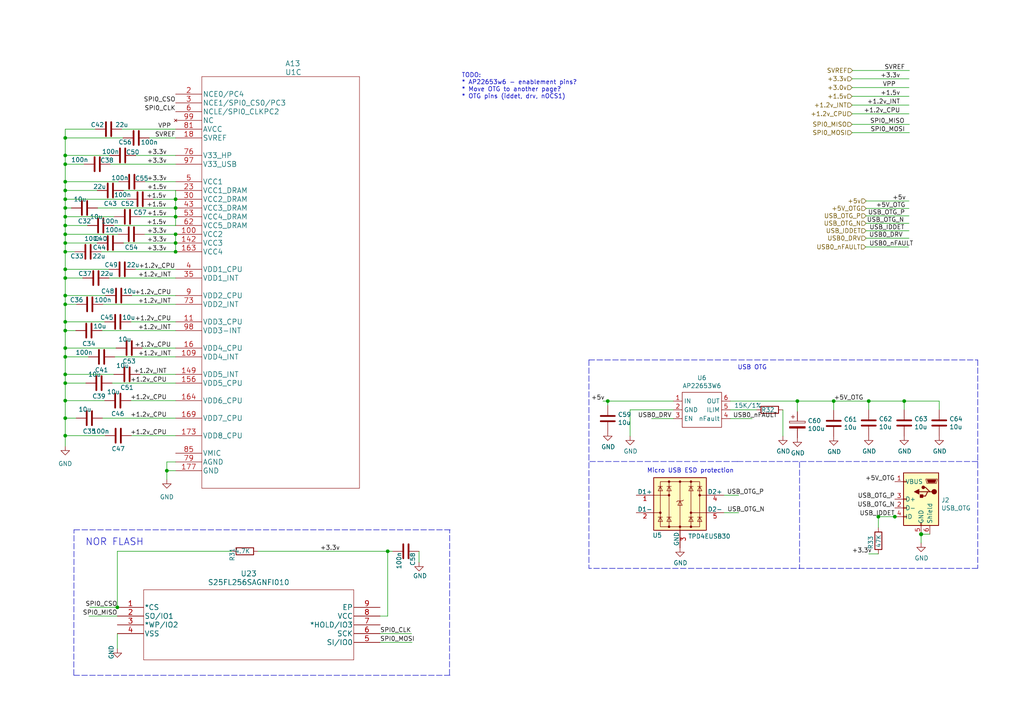
<source format=kicad_sch>
(kicad_sch (version 20210621) (generator eeschema)
  (paper "A4")
  (title_block (title "srvant-board MK1") (date "2021-07-14") (rev "rev-0.1dev"))
  (lib_symbols
    (symbol "CM4IO:AP2553W6"
      (property "Reference" "U" (at 3.81 -6.35 0))
      (property "Value" "AP2553W6" (at -3.81 -6.35 0))
      (symbol "AP2553W6_0_0"
        (pin power_in line (at -8.89 2.54 0) (length 2.54) (name "IN") (number "1"))
        (pin power_out line (at -8.89 0 0) (length 2.54) (name "GND") (number "2"))
        (pin input line (at -8.89 -2.54 0) (length 2.54) (name "EN") (number "3"))
        (pin open_collector line (at 7.62 -2.54 180) (length 2.54) (name "nFault") (number "4"))
        (pin passive line (at 7.62 0 180) (length 2.54) (name "ILIM") (number "5"))
        (pin power_out line (at 7.62 2.54 180) (length 2.54) (name "OUT") (number "6"))
      )
    )
    (symbol "CM4IO:TPD4EUSB30" (pin_names (offset 0))
      (property "Reference" "U" (at -0.635 8.89 0))
      (property "Value" "TPD4EUSB30" (at 8.89 -10.16 0))
      (symbol "TPD4EUSB30_1_1"
        (pin passive line (at -12.7 2.54 0) (length 5.08) (name "D1+") (number "1"))
        (pin passive line (at -12.7 2.54 0) (length 5.08) hide (name "~") (number "10"))
        (pin passive line (at -12.7 -2.54 0) (length 5.08) (name "D1-") (number "2"))
        (pin power_in line (at 0 -12.7 90) (length 5.08) (name "GND") (number "3"))
        (pin passive line (at 12.7 2.54 180) (length 5.08) (name "D2+") (number "4"))
        (pin passive line (at 12.7 -2.54 180) (length 5.08) (name "D2-") (number "5"))
        (pin passive line (at 12.7 -2.54 180) (length 5.08) hide (name "~") (number "6"))
        (pin passive line (at 12.7 2.54 180) (length 5.08) hide (name "~") (number "7"))
        (pin passive line (at 0 -12.7 90) (length 5.08) hide (name "GND") (number "8"))
        (pin passive line (at -12.7 -2.54 0) (length 5.08) hide (name "~") (number "9"))
      )
    )
    (symbol "Connector:USB_OTG"
      (property "Reference" "J" (at -5.08 11.43 0))
      (property "Value" "USB_OTG" (at -5.08 8.89 0))
      (symbol "USB_OTG_1_1"
        (pin power_in line (at 7.62 5.08 180) (length 2.54) (name "VBUS") (number "1"))
        (pin passive line (at 7.62 -2.54 180) (length 2.54) (name "D-") (number "2"))
        (pin passive line (at 7.62 0 180) (length 2.54) (name "D+") (number "3"))
        (pin passive line (at 7.62 -5.08 180) (length 2.54) (name "ID") (number "4"))
        (pin power_in line (at 0 -10.16 90) (length 2.54) (name "GND") (number "5"))
        (pin passive line (at -2.54 -10.16 90) (length 2.54) (name "Shield") (number "6"))
      )
    )
    (symbol "Device:C" (pin_numbers hide) (pin_names (offset 0.254))
      (property "Reference" "C" (at 0.635 2.54 0))
      (property "Value" "C" (at 0.635 -2.54 0))
      (symbol "C_1_1"
        (pin passive line (at 0 3.81 270) (length 2.794) (name "~") (number "1"))
        (pin passive line (at 0 -3.81 90) (length 2.794) (name "~") (number "2"))
      )
    )
    (symbol "Device:CP" (pin_numbers hide) (pin_names (offset 0.254))
      (property "Reference" "C" (at 0.635 2.54 0))
      (property "Value" "CP" (at 0.635 -2.54 0))
      (symbol "CP_1_1"
        (pin passive line (at 0 3.81 270) (length 2.794) (name "~") (number "1"))
        (pin passive line (at 0 -3.81 90) (length 2.794) (name "~") (number "2"))
      )
    )
    (symbol "Device:R" (pin_numbers hide) (pin_names (offset 0))
      (property "Reference" "R" (at 2.032 0 90))
      (property "Value" "R" (at 0 0 90))
      (symbol "R_1_1"
        (pin passive line (at 0 3.81 270) (length 1.27) (name "~") (number "1"))
        (pin passive line (at 0 -3.81 90) (length 1.27) (name "~") (number "2"))
      )
    )
    (symbol "a13_func:A13" (pin_names (offset 0.254))
      (property "Reference" "U" (at 60.96 10.16 0))
      (property "Value" "A13" (at 60.96 7.62 0))
      (symbol "A13_1_1"
        (pin output line (at 121.92 -88.9 180) (length 7.62) (name "NRE/PC5") (number "1"))
        (pin bidirectional line (at 0 -63.5 0) (length 7.62) (name "CSI_PCLK/SPI2_CS0/EINT14/PE0") (number "114"))
        (pin bidirectional line (at 0 -66.04 0) (length 7.62) (name "CSI_MCLK/SPI2_CLK/EINT15/PE1") (number "115"))
        (pin bidirectional line (at 0 -68.58 0) (length 7.62) (name "CSI_HSYNC/SPI2_MOSI/PE2") (number "116"))
        (pin bidirectional line (at 0 -71.12 0) (length 7.62) (name "CSI_VSYNC/SPI2_MISO/PE3") (number "117"))
        (pin bidirectional line (at 0 -40.64 0) (length 7.62) (name "CSI_D0/SDC2_D0/PE4") (number "118"))
        (pin bidirectional line (at 0 -43.18 0) (length 7.62) (name "CSI_D1/SDC2_D1/PE5") (number "119"))
        (pin bidirectional line (at 0 -45.72 0) (length 7.62) (name "CSI_D2/SDC2_D2/PE6") (number "120"))
        (pin bidirectional line (at 0 -48.26 0) (length 7.62) (name "CSI_D3/SDC2_D3/PE7") (number "121"))
        (pin bidirectional line (at 0 -50.8 0) (length 7.62) (name "CSI_D4/SDC2_CMD/PE8") (number "122"))
        (pin bidirectional line (at 0 -53.34 0) (length 7.62) (name "CSI_D5/SDC2_CLK/PE9") (number "123"))
        (pin bidirectional line (at 0 -55.88 0) (length 7.62) (name "CSI_D6/UART1_TX/PE10") (number "124"))
        (pin bidirectional line (at 0 -58.42 0) (length 7.62) (name "CSI_D7/UART1_RX/PE11") (number "125"))
        (pin bidirectional line (at 121.92 -114.3 180) (length 7.62) (name "LCD_VSYNC/PD27") (number "126"))
        (pin bidirectional line (at 121.92 -116.84 180) (length 7.62) (name "LCD_HSYNC/PD26") (number "127"))
        (pin bidirectional line (at 121.92 -119.38 180) (length 7.62) (name "LCD_DE/PD25") (number "128"))
        (pin bidirectional line (at 121.92 -121.92 180) (length 7.62) (name "LCD_CLK/PD24") (number "129"))
        (pin unspecified line (at 0 -116.84 0) (length 7.62) (name "DZQ") (number "17"))
        (pin input line (at 0 -7.62 0) (length 7.62) (name "NRB1/SDC2_CLK/PC7") (number "175"))
        (pin input line (at 0 -10.16 0) (length 7.62) (name "NRB0/SDC2_CMD/PC6") (number "176"))
        (pin bidirectional line (at 0 -76.2 0) (length 7.62) (name "DDR3_D4") (number "19"))
        (pin bidirectional line (at 0 -78.74 0) (length 7.62) (name "DDR3_D6") (number "20"))
        (pin bidirectional line (at 0 -81.28 0) (length 7.62) (name "DDR3_D2") (number "21"))
        (pin bidirectional line (at 0 -83.82 0) (length 7.62) (name "DDR3_D0") (number "22"))
        (pin bidirectional line (at 0 -86.36 0) (length 7.62) (name "DDR3_D11") (number "24"))
        (pin bidirectional line (at 0 -88.9 0) (length 7.62) (name "DDR3_D9") (number "25"))
        (pin bidirectional line (at 0 -91.44 0) (length 7.62) (name "DDR3_D13") (number "26"))
        (pin bidirectional line (at 0 -93.98 0) (length 7.62) (name "DDR3_D15") (number "27"))
        (pin output line (at 121.92 0 180) (length 7.62) (name "DDR3_DM1") (number "28"))
        (pin output line (at 121.92 -2.54 180) (length 7.62) (name "DDR3_DM0") (number "29"))
        (pin bidirectional line (at 121.92 -101.6 180) (length 7.62) (name "DDR3_DQS0") (number "31"))
        (pin bidirectional line (at 121.92 -104.14 180) (length 7.62) (name "DDR3_DQS0_N") (number "32"))
        (pin bidirectional line (at 121.92 -106.68 180) (length 7.62) (name "DDR3_DQS1") (number "33"))
        (pin bidirectional line (at 121.92 -109.22 180) (length 7.62) (name "DDR3_DQS1_N") (number "34"))
        (pin bidirectional line (at 0 -96.52 0) (length 7.62) (name "DDR3_D12") (number "36"))
        (pin bidirectional line (at 0 -99.06 0) (length 7.62) (name "DDR3_D8") (number "37"))
        (pin bidirectional line (at 0 -101.6 0) (length 7.62) (name "DDR3_D14") (number "38"))
        (pin bidirectional line (at 0 -104.14 0) (length 7.62) (name "DDR3_D10") (number "39"))
        (pin bidirectional line (at 0 -106.68 0) (length 7.62) (name "DDR3_D1") (number "40"))
        (pin bidirectional line (at 0 -109.22 0) (length 7.62) (name "DDR3_D3") (number "41"))
        (pin bidirectional line (at 0 -111.76 0) (length 7.62) (name "DDR3_D7") (number "42"))
        (pin bidirectional line (at 0 -114.3 0) (length 7.62) (name "DDR3_D5") (number "44"))
        (pin output line (at 121.92 -5.08 180) (length 7.62) (name "DDR3_CK") (number "45"))
        (pin output line (at 121.92 -7.62 180) (length 7.62) (name "DDR3_CK_N") (number "46"))
        (pin output line (at 121.92 -10.16 180) (length 7.62) (name "DDR3_CKE") (number "47"))
        (pin output line (at 121.92 -12.7 180) (length 7.62) (name "DDR3_A10") (number "48"))
        (pin output line (at 121.92 -15.24 180) (length 7.62) (name "DDR3_BA1") (number "49"))
        (pin output line (at 121.92 -17.78 180) (length 7.62) (name "DDR3_A12") (number "50"))
        (pin output line (at 121.92 -20.32 180) (length 7.62) (name "DDR3_A4") (number "51"))
        (pin output line (at 121.92 -22.86 180) (length 7.62) (name "DDR3_A1") (number "52"))
        (pin output line (at 121.92 -25.4 180) (length 7.62) (name "DDR3_A6") (number "54"))
        (pin output line (at 121.92 -27.94 180) (length 7.62) (name "DDR3_A8") (number "55"))
        (pin output line (at 121.92 -30.48 180) (length 7.62) (name "DDR3_A11") (number "56"))
        (pin output line (at 121.92 -33.02 180) (length 7.62) (name "DDR3_A14") (number "57"))
        (pin output line (at 121.92 -35.56 180) (length 7.62) (name "DDR3_RAS") (number "58"))
        (pin output line (at 121.92 -38.1 180) (length 7.62) (name "DDR3_CAS") (number "59"))
        (pin output line (at 121.92 -40.64 180) (length 7.62) (name "DDR3_WE") (number "60"))
        (pin output line (at 121.92 -43.18 180) (length 7.62) (name "DDR3_BA2") (number "61"))
        (pin output line (at 121.92 -45.72 180) (length 7.62) (name "DDR3_BA0") (number "63"))
        (pin output line (at 121.92 -48.26 180) (length 7.62) (name "DDR3_A0") (number "64"))
        (pin output line (at 121.92 -50.8 180) (length 7.62) (name "DDR3_A3") (number "65"))
        (pin output line (at 121.92 -53.34 180) (length 7.62) (name "DDR3_A2") (number "66"))
        (pin output line (at 121.92 -55.88 180) (length 7.62) (name "DDR3_A5") (number "67"))
        (pin output line (at 121.92 -58.42 180) (length 7.62) (name "DDR3_A13") (number "68"))
        (pin output line (at 121.92 -60.96 180) (length 7.62) (name "DDR3_A9") (number "69"))
        (pin output line (at 121.92 -86.36 180) (length 7.62) (name "NALE/SPI0_MISO/PC1") (number "7"))
        (pin output line (at 121.92 -63.5 180) (length 7.62) (name "DDR3_RST") (number "70"))
        (pin output line (at 121.92 -66.04 180) (length 7.62) (name "DDR3_A7") (number "71"))
        (pin output line (at 121.92 -68.58 180) (length 7.62) (name "DDR3_ODT") (number "72"))
        (pin output line (at 121.92 -81.28 180) (length 7.62) (name "HPOUTL") (number "74"))
        (pin output line (at 121.92 -73.66 180) (length 7.62) (name "HPBP") (number "75"))
        (pin output line (at 121.92 -76.2 180) (length 7.62) (name "HPCOM") (number "77"))
        (pin output line (at 121.92 -83.82 180) (length 7.62) (name "HPOUTR") (number "78"))
        (pin output line (at 121.92 -91.44 180) (length 7.62) (name "NWE/SPI0_MOSI/PC0") (number "8"))
        (pin input line (at 0 -2.54 0) (length 7.62) (name "MICIN1") (number "84"))
        (pin input line (at 0 0 0) (length 7.62) (name "LRADC") (number "86"))
        (pin input line (at 0 -15.24 0) (length 7.62) (name "TPX2") (number "87"))
        (pin input line (at 0 -22.86 0) (length 7.62) (name "TPY2") (number "88"))
        (pin input line (at 0 -17.78 0) (length 7.62) (name "TPX1") (number "89"))
        (pin input line (at 0 -25.4 0) (length 7.62) (name "TPY1") (number "90"))
        (pin output line (at 121.92 -96.52 180) (length 7.62) (name "X24MOUT") (number "91"))
        (pin input line (at 0 -35.56 0) (length 7.62) (name "X24MIN") (number "92"))
      )
      (symbol "A13_2_1"
        (pin bidirectional line (at 0 -30.48 0) (length 7.62) (name "PB10/EINT24") (number "10"))
        (pin bidirectional line (at 127 -73.66 180) (length 7.62) (name "TWI0-SCK/PB0") (number "101"))
        (pin bidirectional line (at 127 -76.2 180) (length 7.62) (name "TWI0-SDA/PB1") (number "102"))
        (pin bidirectional line (at 0 -33.02 0) (length 7.62) (name "PB2/EINT16") (number "103"))
        (pin bidirectional line (at 0 -35.56 0) (length 7.62) (name "PB4/EINT18") (number "104"))
        (pin bidirectional line (at 0 -38.1 0) (length 7.62) (name "PB15") (number "105"))
        (pin bidirectional line (at 0 -40.64 0) (length 7.62) (name "PB16") (number "106"))
        (pin bidirectional line (at 0 -63.5 0) (length 7.62) (name "SDC0_D1/PF0") (number "107"))
        (pin bidirectional line (at 0 -66.04 0) (length 7.62) (name "SDC0_D0/PF1") (number "108"))
        (pin bidirectional line (at 0 -55.88 0) (length 7.62) (name "SDC0_CLK/PF2") (number "110"))
        (pin bidirectional line (at 0 -58.42 0) (length 7.62) (name "SDC0_CMD/PF3") (number "111"))
        (pin bidirectional line (at 0 -68.58 0) (length 7.62) (name "SDC0_D3/PF4") (number "112"))
        (pin bidirectional line (at 0 -71.12 0) (length 7.62) (name "SDC0_D2/PF5") (number "113"))
        (pin bidirectional line (at 127 -48.26 180) (length 7.62) (name "PG9/SPI1_CS0/UART3_TX/EINT9") (number "12"))
        (pin bidirectional line (at 127 -50.8 180) (length 7.62) (name "PG10/SPI1_CLK/UART3_RX/EINT10") (number "13"))
        (pin bidirectional line (at 127 0 180) (length 7.62) (name "LCD_D23/PD23") (number "130"))
        (pin bidirectional line (at 127 -2.54 180) (length 7.62) (name "LCD_D22/PD22") (number "131"))
        (pin bidirectional line (at 127 -5.08 180) (length 7.62) (name "LCD_D21/PD21") (number "132"))
        (pin bidirectional line (at 127 -7.62 180) (length 7.62) (name "LCD_D20/PD20") (number "133"))
        (pin bidirectional line (at 127 -10.16 180) (length 7.62) (name "LCD_D19/PD19") (number "134"))
        (pin bidirectional line (at 127 -12.7 180) (length 7.62) (name "LCD_D18/PD18") (number "135"))
        (pin bidirectional line (at 127 -15.24 180) (length 7.62) (name "LCD_D15/PD15") (number "136"))
        (pin bidirectional line (at 127 -17.78 180) (length 7.62) (name "LCD_D14/PD14") (number "137"))
        (pin bidirectional line (at 127 -20.32 180) (length 7.62) (name "LCD_D13/PD13") (number "138"))
        (pin bidirectional line (at 127 -22.86 180) (length 7.62) (name "LCD_D12/PD12") (number "139"))
        (pin bidirectional line (at 127 -53.34 180) (length 7.62) (name "PG11/SPI1_MOSI/UART3_CTS/EINT11") (number "14"))
        (pin bidirectional line (at 127 -25.4 180) (length 7.62) (name "LCD_D11/PD11") (number "140"))
        (pin bidirectional line (at 127 -27.94 180) (length 7.62) (name "LCD_D10/PD10") (number "141"))
        (pin bidirectional line (at 127 -30.48 180) (length 7.62) (name "LCD_D7/PD7") (number "143"))
        (pin bidirectional line (at 127 -33.02 180) (length 7.62) (name "LCD_D6/PD6") (number "144"))
        (pin bidirectional line (at 127 -35.56 180) (length 7.62) (name "LCD_D5/PD5") (number "145"))
        (pin bidirectional line (at 127 -38.1 180) (length 7.62) (name "LCD_D4/PD4") (number "146"))
        (pin bidirectional line (at 127 -40.64 180) (length 7.62) (name "LCD_D3/PD3") (number "147"))
        (pin bidirectional line (at 127 -43.18 180) (length 7.62) (name "LCD_D2/PD2") (number "148"))
        (pin bidirectional line (at 127 -55.88 180) (length 7.62) (name "PG12/SPI1_MISOUART3_RTS/EINT12") (number "15"))
        (pin bidirectional line (at 0 -43.18 0) (length 7.62) (name "PB3/EINT17") (number "150"))
        (pin bidirectional line (at 127 -58.42 180) (length 7.62) (name "PG4/UART1_RX/EINT4") (number "151"))
        (pin bidirectional line (at 127 -60.96 180) (length 7.62) (name "PG3/UART1_TX/EINT3") (number "152"))
        (pin bidirectional line (at 127 -63.5 180) (length 7.62) (name "PG2/EINT2") (number "153"))
        (pin bidirectional line (at 127 -66.04 180) (length 7.62) (name "PG1/EINT1") (number "154"))
        (pin bidirectional line (at 127 -68.58 180) (length 7.62) (name "PG0/EINT0") (number "155"))
        (pin bidirectional line (at 0 -73.66 0) (length 7.62) (name "UBOOT") (number "157"))
        (pin unspecified line (at 0 -25.4 0) (length 7.62) (name "NMI_N") (number "158"))
        (pin unspecified line (at 0 -50.8 0) (length 7.62) (name "RESET_N") (number "159"))
        (pin bidirectional line (at 0 -45.72 0) (length 7.62) (name "PB18") (number "160"))
        (pin bidirectional line (at 0 -48.26 0) (length 7.62) (name "PB17") (number "161"))
        (pin bidirectional line (at 0 0 0) (length 7.62) (name "NDQS/PC19") (number "162"))
        (pin bidirectional line (at 0 -2.54 0) (length 7.62) (name "NDQ7/SDC2_D7/PC15") (number "165"))
        (pin bidirectional line (at 0 -5.08 0) (length 7.62) (name "NDQ6/SDC2_D6/PC14") (number "166"))
        (pin bidirectional line (at 0 -7.62 0) (length 7.62) (name "NDQ5/SDC2_D5/PC13") (number "167"))
        (pin bidirectional line (at 0 -10.16 0) (length 7.62) (name "NDQ4/SDC2_D4/PC12") (number "168"))
        (pin bidirectional line (at 0 -22.86 0) (length 7.62) (name "NDQ3SDC2_D3/PC11") (number "170"))
        (pin bidirectional line (at 0 -12.7 0) (length 7.62) (name "NDQ2/SDC2_D2/PC10") (number "171"))
        (pin bidirectional line (at 0 -15.24 0) (length 7.62) (name "NDQ1/SDC2_D1-PC9") (number "172"))
        (pin bidirectional line (at 0 -17.78 0) (length 7.62) (name "NDQ0/SDC2_D0/PC8") (number "174"))
        (pin unspecified line (at 0 -114.3 0) (length 7.62) (name "VRP") (number "80"))
        (pin unspecified line (at 127 -104.14 180) (length 7.62) (name "VRA2") (number "82"))
        (pin unspecified line (at 127 -106.68 180) (length 7.62) (name "VRA1") (number "83"))
        (pin bidirectional line (at 0 -78.74 0) (length 7.62) (name "UDM0") (number "93"))
        (pin bidirectional line (at 127 -81.28 180) (length 7.62) (name "UDP0") (number "94"))
        (pin bidirectional line (at 0 -81.28 0) (length 7.62) (name "UDM1") (number "95"))
        (pin bidirectional line (at 127 -83.82 180) (length 7.62) (name "UDP1") (number "96"))
      )
      (symbol "A13_3_1"
        (pin power_in line (at 0 -40.64 0) (length 7.62) (name "VCC2") (number "100"))
        (pin power_in line (at 0 -76.2 0) (length 7.62) (name "VDD4_INT") (number "109"))
        (pin power_in line (at 0 -66.04 0) (length 7.62) (name "VDD3_CPU") (number "11"))
        (pin power_in line (at 0 -43.18 0) (length 7.62) (name "VCC3") (number "142"))
        (pin power_in line (at 0 -81.28 0) (length 7.62) (name "VDD5_INT") (number "149"))
        (pin power_in line (at 0 -83.82 0) (length 7.62) (name "VDD5_CPU") (number "156"))
        (pin power_in line (at 0 -73.66 0) (length 7.62) (name "VDD4_CPU") (number "16"))
        (pin power_in line (at 0 -45.72 0) (length 7.62) (name "VCC4") (number "163"))
        (pin power_in line (at 0 -88.9 0) (length 7.62) (name "VDD6_CPU") (number "164"))
        (pin power_in line (at 0 -93.98 0) (length 7.62) (name "VDD7_CPU") (number "169"))
        (pin power_in line (at 0 -99.06 0) (length 7.62) (name "VDD8_CPU") (number "173"))
        (pin power_in line (at 0 -109.22 0) (length 7.62) (name "GND") (number "177"))
        (pin power_in line (at 0 -12.7 0) (length 7.62) (name "SVREF") (number "18"))
        (pin output line (at 0 0 0) (length 7.62) (name "NCE0/PC4") (number "2"))
        (pin power_in line (at 0 -27.94 0) (length 7.62) (name "VCC1_DRAM") (number "23"))
        (pin output line (at 0 -2.54 0) (length 7.62) (name "NCE1/SPI0_CS0/PC3") (number "3"))
        (pin power_in line (at 0 -30.48 0) (length 7.62) (name "VCC2_DRAM") (number "30"))
        (pin power_in line (at 0 -53.34 0) (length 7.62) (name "VDD1_INT") (number "35"))
        (pin power_in line (at 0 -50.8 0) (length 7.62) (name "VDD1_CPU") (number "4"))
        (pin power_in line (at 0 -33.02 0) (length 7.62) (name "VCC3_DRAM") (number "43"))
        (pin power_in line (at 0 -25.4 0) (length 7.62) (name "VCC1") (number "5"))
        (pin power_in line (at 0 -35.56 0) (length 7.62) (name "VCC4_DRAM") (number "53"))
        (pin output line (at 0 -5.08 0) (length 7.62) (name "NCLE/SPI0_CLKPC2") (number "6"))
        (pin power_in line (at 0 -38.1 0) (length 7.62) (name "VCC5_DRAM") (number "62"))
        (pin power_in line (at 0 -60.96 0) (length 7.62) (name "VDD2_INT") (number "73"))
        (pin power_in line (at 0 -17.78 0) (length 7.62) (name "V33_HP") (number "76"))
        (pin power_in line (at 0 -106.68 0) (length 7.62) (name "AGND") (number "79"))
        (pin power_in line (at 0 -10.16 0) (length 7.62) (name "AVCC") (number "81"))
        (pin power_in line (at 0 -104.14 0) (length 7.62) (name "VMIC") (number "85"))
        (pin power_in line (at 0 -58.42 0) (length 7.62) (name "VDD2_CPU") (number "9"))
        (pin power_in line (at 0 -20.32 0) (length 7.62) (name "V33_USB") (number "97"))
        (pin power_in line (at 0 -68.58 0) (length 7.62) (name "VDD3-INT") (number "98"))
        (pin no_connect line (at 0 -7.62 0) (length 7.62) (name "NC") (number "99"))
      )
    )
    (symbol "power:GND" (power) (pin_names (offset 0))
      (property "Value" "GND" (at 0 -3.81 0))
      (symbol "GND_1_1"
        (pin power_in line (at 0 0 270) (length 0) hide (name "GND") (number "1"))
      )
    )
    (symbol "ul_spi_flash_S25FL256SAGNFI010:S25FL256SAGNFI010" (pin_names (offset 0.254))
      (property "Reference" "U" (at 38.1 10.16 0))
      (property "Value" "S25FL256SAGNFI010" (at 38.1 7.62 0))
      (symbol "S25FL256SAGNFI010_1_1"
        (pin input line (at 0 0 0) (length 7.62) (name "*CS") (number "1"))
        (pin bidirectional line (at 0 -2.54 0) (length 7.62) (name "SO/IO1") (number "2"))
        (pin bidirectional line (at 0 -5.08 0) (length 7.62) (name "*WP/IO2") (number "3"))
        (pin power_in line (at 0 -7.62 0) (length 7.62) (name "VSS") (number "4"))
        (pin bidirectional line (at 76.2 -10.16 180) (length 7.62) (name "SI/IO0") (number "5"))
        (pin input line (at 76.2 -7.62 180) (length 7.62) (name "SCK") (number "6"))
        (pin bidirectional line (at 76.2 -5.08 180) (length 7.62) (name "*HOLD/IO3") (number "7"))
        (pin power_in line (at 76.2 -2.54 180) (length 7.62) (name "VCC") (number "8"))
        (pin unspecified line (at 76.2 0 180) (length 7.62) (name "EP") (number "9"))
      )
    )
  )
  (junction (at 18.923 40.005) (diameter 0.9144))
  (junction (at 18.923 45.085) (diameter 0.9144))
  (junction (at 18.923 47.625) (diameter 0.9144))
  (junction (at 18.923 52.705) (diameter 0.9144))
  (junction (at 18.923 55.245) (diameter 0.9144))
  (junction (at 18.923 57.785) (diameter 0.9144))
  (junction (at 18.923 60.325) (diameter 0.9144))
  (junction (at 18.923 62.865) (diameter 0.9144))
  (junction (at 18.923 65.405) (diameter 0.9144))
  (junction (at 18.923 67.945) (diameter 0.9144))
  (junction (at 18.923 70.485) (diameter 0.9144))
  (junction (at 18.923 73.025) (diameter 0.9144))
  (junction (at 18.923 78.105) (diameter 0.9144))
  (junction (at 18.923 80.645) (diameter 0.9144))
  (junction (at 18.923 85.725) (diameter 0.9144))
  (junction (at 18.923 88.265) (diameter 0.9144))
  (junction (at 18.923 93.345) (diameter 0.9144))
  (junction (at 18.923 95.885) (diameter 0.9144))
  (junction (at 18.923 100.965) (diameter 0.9144))
  (junction (at 18.923 103.505) (diameter 0.9144))
  (junction (at 18.923 108.585) (diameter 0.9144))
  (junction (at 18.923 111.125) (diameter 0.9144))
  (junction (at 18.923 116.205) (diameter 0.9144))
  (junction (at 18.923 121.285) (diameter 0.9144))
  (junction (at 18.923 126.365) (diameter 0.9144))
  (junction (at 34.036 176.149) (diameter 0.9144))
  (junction (at 48.387 136.525) (diameter 0.9144))
  (junction (at 50.927 57.785) (diameter 0.9144))
  (junction (at 50.927 60.325) (diameter 0.9144))
  (junction (at 50.927 62.865) (diameter 0.9144))
  (junction (at 50.927 67.945) (diameter 0.9144))
  (junction (at 50.927 70.485) (diameter 0.9144))
  (junction (at 50.927 73.025) (diameter 0.9144))
  (junction (at 112.4458 159.893) (diameter 0.9144))
  (junction (at 176.276 116.332) (diameter 0.9144))
  (junction (at 231.267 116.332) (diameter 0.9144))
  (junction (at 241.808 116.332) (diameter 0.9144))
  (junction (at 251.968 116.332) (diameter 0.9144))
  (junction (at 254.762 149.86) (diameter 0.9144))
  (junction (at 259.5372 149.86) (diameter 0.9144))
  (junction (at 262.255 116.332) (diameter 0.9144))
  (junction (at 267.1572 154.94) (diameter 1.016))
  (wire (pts (xy 18.923 37.465) (xy 27.686 37.465)))
  (wire (pts (xy 18.923 40.005) (xy 18.923 37.465)))
  (wire (pts (xy 18.923 40.005) (xy 35.687 40.005)))
  (wire (pts (xy 18.923 45.085) (xy 18.923 40.005)))
  (wire (pts (xy 18.923 45.085) (xy 18.923 47.625)))
  (wire (pts (xy 18.923 52.705) (xy 18.923 47.625)))
  (wire (pts (xy 18.923 55.245) (xy 18.923 52.705)))
  (wire (pts (xy 18.923 57.785) (xy 18.923 55.245)))
  (wire (pts (xy 18.923 57.785) (xy 18.923 60.325)))
  (wire (pts (xy 18.923 62.865) (xy 18.923 60.325)))
  (wire (pts (xy 18.923 65.405) (xy 18.923 62.865)))
  (wire (pts (xy 18.923 67.945) (xy 18.923 65.405)))
  (wire (pts (xy 18.923 70.485) (xy 18.923 67.945)))
  (wire (pts (xy 18.923 73.025) (xy 18.923 70.485)))
  (wire (pts (xy 18.923 78.105) (xy 18.923 73.025)))
  (wire (pts (xy 18.923 80.645) (xy 18.923 78.105)))
  (wire (pts (xy 18.923 80.645) (xy 18.923 85.725)))
  (wire (pts (xy 18.923 85.725) (xy 18.923 88.265)))
  (wire (pts (xy 18.923 85.725) (xy 30.607 85.725)))
  (wire (pts (xy 18.923 88.265) (xy 18.923 93.345)))
  (wire (pts (xy 18.923 88.265) (xy 22.225 88.265)))
  (wire (pts (xy 18.923 93.345) (xy 18.923 95.885)))
  (wire (pts (xy 18.923 93.345) (xy 30.353 93.345)))
  (wire (pts (xy 18.923 95.885) (xy 18.923 100.965)))
  (wire (pts (xy 18.923 95.885) (xy 21.971 95.885)))
  (wire (pts (xy 18.923 100.965) (xy 18.923 103.505)))
  (wire (pts (xy 18.923 100.965) (xy 33.655 100.965)))
  (wire (pts (xy 18.923 103.505) (xy 18.923 108.585)))
  (wire (pts (xy 18.923 103.505) (xy 25.654 103.505)))
  (wire (pts (xy 18.923 108.585) (xy 18.923 111.125)))
  (wire (pts (xy 18.923 108.585) (xy 33.02 108.585)))
  (wire (pts (xy 18.923 111.125) (xy 24.892 111.125)))
  (wire (pts (xy 18.923 116.205) (xy 18.923 111.125)))
  (wire (pts (xy 18.923 116.205) (xy 30.353 116.205)))
  (wire (pts (xy 18.923 121.285) (xy 18.923 116.205)))
  (wire (pts (xy 18.923 126.365) (xy 18.923 121.285)))
  (wire (pts (xy 18.923 126.365) (xy 18.923 129.413)))
  (wire (pts (xy 20.701 60.325) (xy 18.923 60.325)))
  (wire (pts (xy 21.717 73.025) (xy 18.923 73.025)))
  (wire (pts (xy 22.098 121.285) (xy 18.923 121.285)))
  (wire (pts (xy 24.003 80.645) (xy 18.923 80.645)))
  (wire (pts (xy 24.384 47.625) (xy 18.923 47.625)))
  (wire (pts (xy 25.4 65.405) (xy 18.923 65.405)))
  (wire (pts (xy 25.781 178.689) (xy 34.036 178.689)))
  (wire (pts (xy 26.035 176.149) (xy 34.036 176.149)))
  (wire (pts (xy 28.194 55.245) (xy 18.923 55.245)))
  (wire (pts (xy 28.194 70.485) (xy 18.923 70.485)))
  (wire (pts (xy 28.321 60.325) (xy 50.927 60.325)))
  (wire (pts (xy 29.337 73.025) (xy 50.927 73.025)))
  (wire (pts (xy 29.591 95.885) (xy 50.927 95.885)))
  (wire (pts (xy 29.718 121.285) (xy 50.927 121.285)))
  (wire (pts (xy 29.845 88.265) (xy 50.927 88.265)))
  (wire (pts (xy 30.48 126.365) (xy 18.923 126.365)))
  (wire (pts (xy 31.623 78.105) (xy 18.923 78.105)))
  (wire (pts (xy 31.623 80.645) (xy 50.927 80.645)))
  (wire (pts (xy 31.75 45.085) (xy 18.923 45.085)))
  (wire (pts (xy 32.004 47.625) (xy 50.927 47.625)))
  (wire (pts (xy 32.512 111.125) (xy 50.927 111.125)))
  (wire (pts (xy 33.02 65.405) (xy 50.927 65.405)))
  (wire (pts (xy 33.147 62.865) (xy 18.923 62.865)))
  (wire (pts (xy 33.274 103.505) (xy 50.927 103.505)))
  (wire (pts (xy 34.036 159.893) (xy 34.036 176.149)))
  (wire (pts (xy 34.036 159.893) (xy 67.2084 159.893)))
  (wire (pts (xy 34.036 183.769) (xy 34.036 188.1378)))
  (wire (pts (xy 34.29 67.945) (xy 18.923 67.945)))
  (wire (pts (xy 34.417 52.705) (xy 18.923 52.705)))
  (wire (pts (xy 35.306 37.465) (xy 50.927 37.465)))
  (wire (pts (xy 35.814 55.245) (xy 50.927 55.245)))
  (wire (pts (xy 36.83 57.785) (xy 18.923 57.785)))
  (wire (pts (xy 37.973 93.345) (xy 50.927 93.345)))
  (wire (pts (xy 38.1 126.365) (xy 50.927 126.365)))
  (wire (pts (xy 38.227 85.725) (xy 50.927 85.725)))
  (wire (pts (xy 39.243 78.105) (xy 50.927 78.105)))
  (wire (pts (xy 39.37 45.085) (xy 50.927 45.085)))
  (wire (pts (xy 40.767 62.865) (xy 50.927 62.865)))
  (wire (pts (xy 41.275 100.965) (xy 50.927 100.965)))
  (wire (pts (xy 41.91 67.945) (xy 50.927 67.945)))
  (wire (pts (xy 42.037 52.705) (xy 50.927 52.705)))
  (wire (pts (xy 43.307 40.005) (xy 50.927 40.005)))
  (wire (pts (xy 44.45 57.785) (xy 50.927 57.785)))
  (wire (pts (xy 48.387 133.985) (xy 48.387 136.525)))
  (wire (pts (xy 48.387 136.525) (xy 50.927 136.525)))
  (wire (pts (xy 48.387 139.065) (xy 48.387 136.525)))
  (wire (pts (xy 50.927 55.245) (xy 50.927 57.785)))
  (wire (pts (xy 50.927 57.785) (xy 50.927 60.325)))
  (wire (pts (xy 50.927 60.325) (xy 50.927 62.865)))
  (wire (pts (xy 50.927 62.865) (xy 50.927 65.405)))
  (wire (pts (xy 50.927 67.945) (xy 50.927 70.485)))
  (wire (pts (xy 50.927 70.485) (xy 35.814 70.485)))
  (wire (pts (xy 50.927 70.485) (xy 50.927 73.025)))
  (wire (pts (xy 50.927 108.585) (xy 40.64 108.585)))
  (wire (pts (xy 50.927 116.205) (xy 37.973 116.205)))
  (wire (pts (xy 50.927 133.985) (xy 48.387 133.985)))
  (wire (pts (xy 74.8284 159.893) (xy 112.4458 159.893)))
  (wire (pts (xy 110.236 178.689) (xy 112.4458 178.689)))
  (wire (pts (xy 110.236 183.769) (xy 119.38 183.769)))
  (wire (pts (xy 110.236 186.309) (xy 119.507 186.309)))
  (wire (pts (xy 112.4458 159.893) (xy 112.4458 178.689)))
  (wire (pts (xy 112.4458 159.893) (xy 113.919 159.893)))
  (wire (pts (xy 121.539 159.893) (xy 121.539 163.068)))
  (wire (pts (xy 174.879 116.332) (xy 176.276 116.332)))
  (wire (pts (xy 176.276 116.332) (xy 176.276 117.602)))
  (wire (pts (xy 176.276 116.332) (xy 195.326 116.332)))
  (wire (pts (xy 182.753 118.872) (xy 182.753 126.492)))
  (wire (pts (xy 182.753 118.872) (xy 195.326 118.872)))
  (wire (pts (xy 188.976 121.412) (xy 195.326 121.412)))
  (wire (pts (xy 209.931 143.637) (xy 214.249 143.637)))
  (wire (pts (xy 209.931 148.717) (xy 214.249 148.717)))
  (wire (pts (xy 211.836 116.332) (xy 231.267 116.332)))
  (wire (pts (xy 211.836 118.872) (xy 219.456 118.872)))
  (wire (pts (xy 211.836 121.412) (xy 218.186 121.412)))
  (wire (pts (xy 227.076 118.872) (xy 227.076 126.492)))
  (wire (pts (xy 231.267 116.332) (xy 231.267 119.38)))
  (wire (pts (xy 231.267 116.332) (xy 241.808 116.332)))
  (wire (pts (xy 241.808 116.332) (xy 241.808 118.999)))
  (wire (pts (xy 241.808 116.332) (xy 251.968 116.332)))
  (wire (pts (xy 247.142 22.86) (xy 263.652 22.86)))
  (wire (pts (xy 247.142 25.4) (xy 263.652 25.4)))
  (wire (pts (xy 247.142 27.94) (xy 263.652 27.94)))
  (wire (pts (xy 247.142 30.48) (xy 263.652 30.48)))
  (wire (pts (xy 247.142 33.02) (xy 263.652 33.02)))
  (wire (pts (xy 247.142 36.068) (xy 263.779 36.068)))
  (wire (pts (xy 247.142 38.481) (xy 263.779 38.481)))
  (wire (pts (xy 247.269 20.447) (xy 263.779 20.447)))
  (wire (pts (xy 251.079 71.628) (xy 263.525 71.628)))
  (wire (pts (xy 251.206 58.293) (xy 263.652 58.293)))
  (wire (pts (xy 251.206 60.452) (xy 263.652 60.452)))
  (wire (pts (xy 251.206 62.611) (xy 263.652 62.611)))
  (wire (pts (xy 251.206 64.77) (xy 263.652 64.77)))
  (wire (pts (xy 251.206 66.929) (xy 263.652 66.929)))
  (wire (pts (xy 251.206 69.088) (xy 263.652 69.088)))
  (wire (pts (xy 251.968 116.332) (xy 251.968 118.872)))
  (wire (pts (xy 251.968 116.332) (xy 262.255 116.332)))
  (wire (pts (xy 254.7366 149.86) (xy 254.762 149.86)))
  (wire (pts (xy 254.762 149.86) (xy 254.762 153.035)))
  (wire (pts (xy 254.762 149.86) (xy 259.5372 149.86)))
  (wire (pts (xy 254.762 160.655) (xy 251.968 160.655)))
  (wire (pts (xy 259.5372 149.86) (xy 259.588 149.86)))
  (wire (pts (xy 262.255 116.332) (xy 262.255 118.872)))
  (wire (pts (xy 262.255 116.332) (xy 272.415 116.332)))
  (wire (pts (xy 267.1572 154.94) (xy 269.6972 154.94)))
  (wire (pts (xy 267.1572 157.48) (xy 267.1572 154.94)))
  (wire (pts (xy 272.415 118.872) (xy 272.415 116.332)))
  (polyline (pts (xy 21.4122 195.834) (xy 21.463 153.67)) (stroke (width 0) (type dash)))
  (polyline (pts (xy 21.4122 195.8594) (xy 130.6322 195.8594)) (stroke (width 0) (type dash)))
  (polyline (pts (xy 21.463 153.67) (xy 130.683 153.67)) (stroke (width 0) (type dash)))
  (polyline (pts (xy 130.3782 195.7832) (xy 130.429 153.67)) (stroke (width 0) (type dash)))
  (polyline (pts (xy 170.815 104.394) (xy 170.815 164.846)) (stroke (width 0) (type dash)))
  (polyline (pts (xy 170.815 104.394) (xy 283.591 104.394)) (stroke (width 0) (type dash)))
  (polyline (pts (xy 213.868 133.858) (xy 170.942 133.858)) (stroke (width 0) (type dash)))
  (polyline (pts (xy 213.868 133.858) (xy 240.665 133.858)) (stroke (width 0) (type dash)))
  (polyline (pts (xy 231.902 133.985) (xy 231.902 164.973)) (stroke (width 0) (type dash)))
  (polyline (pts (xy 283.591 104.394) (xy 283.591 164.846)) (stroke (width 0) (type dash)))
  (polyline (pts (xy 283.591 133.858) (xy 240.665 133.858)) (stroke (width 0) (type dash)))
  (polyline (pts (xy 283.591 133.985) (xy 283.591 133.858)) (stroke (width 0) (type dash)))
  (polyline (pts (xy 283.591 164.846) (xy 170.815 164.846)) (stroke (width 0) (type dash)))
  (text "NOR FLASH" (at 24.7142 158.496 0) (effects (font (size 2.0066 2.0066)) (justify left bottom)))
  (text "TODO: \n* AP22653w6 - enablement pins?\n* Move OTG to another page?\n* OTG pins (iddet, drv, nOCS1)\n" (at 133.858 28.829 0) (effects (font (size 1.27 1.27)) (justify left bottom)))
  (text "Micro USB ESD protection" (at 212.8774 137.3632 180) (effects (font (size 1.27 1.27)) (justify right bottom)))
  (text "USB OTG\n" (at 222.4532 107.4166 180) (effects (font (size 1.27 1.27)) (justify right bottom)))
  (label "SPI0_CSO" (at 34.036 176.149 180))
  (label "SPI0_MISO" (at 34.036 178.689 180))
  (label "+1.5v" (at 48.2072 57.785 180))
  (label "+1.5v" (at 48.26 60.325 180))
  (label "+1.5v" (at 48.2712 65.405 180))
  (label "+3.3v" (at 48.352 73.025 180))
  (label "+1.5v" (at 48.3673 62.865 180))
  (label "+1.2v_CPU" (at 48.3765 126.365 180))
  (label "+1.2v_INT" (at 48.3833 108.585 180))
  (label "+3.3v" (at 48.387 45.085 180))
  (label "+3.3v" (at 48.387 47.625 180))
  (label "+3.3v" (at 48.387 52.705 180))
  (label "+1.5v" (at 48.387 55.245 180))
  (label "+3.3v" (at 48.387 67.945 180))
  (label "+3.3v" (at 48.387 70.485 180))
  (label "+1.2v_CPU" (at 48.387 111.125 180))
  (label "+1.2v_CPU" (at 48.387 116.205 180))
  (label "+1.2v_CPU" (at 48.387 121.285 180))
  (label "+1.2v_INT" (at 49.6224 88.265 180))
  (label "+1.2v_INT" (at 49.6224 95.885 180))
  (label "+1.2v_CPU" (at 49.6224 100.965 180))
  (label "VPP" (at 49.657 37.465 180))
  (label "+1.2v_INT" (at 49.657 80.645 180))
  (label "+1.2v_CPU" (at 49.657 85.725 180))
  (label "+1.2v_CPU" (at 49.657 93.345 180))
  (label "+1.2v_INT" (at 49.657 103.505 180))
  (label "+1.2v_CPU" (at 50.8 78.105 180))
  (label "SPI0_CSO" (at 50.927 29.845 180))
  (label "SPI0_CLK" (at 50.927 32.385 180))
  (label "SVREF" (at 50.927 40.005 180))
  (label "+3.3v" (at 92.837 159.893 0))
  (label "SPI0_CLK" (at 110.236 183.769 0))
  (label "SPI0_MOSI" (at 110.236 186.309 0))
  (label "+5v" (at 175.387 116.332 180))
  (label "USB0_DRV" (at 194.818 121.412 180))
  (label "USB_OTG_P" (at 210.82 143.637 0))
  (label "USB_OTG_N" (at 210.947 148.717 0))
  (label "USB0_nFAULT" (at 212.598 121.412 0))
  (label "+5V_OTG" (at 250.444 116.332 180))
  (label "USB0_nFAULT" (at 252.095 71.628 0))
  (label "+3.3v" (at 252.857 160.655 180))
  (label "+5V_OTG" (at 259.5372 139.7 180))
  (label "USB_OTG_P" (at 259.5372 144.78 180))
  (label "USB_OTG_N" (at 259.5372 147.32 180))
  (label "USB_IDDET" (at 259.5372 149.86 180))
  (label "VPP" (at 259.842 25.4 180))
  (label "+1.2v_INT" (at 261.0998 30.48 180))
  (label "+1.2v_CPU" (at 261.0998 33.02 180))
  (label "+3.3v" (at 261.112 22.86 180))
  (label "+1.5v" (at 261.112 27.94 180))
  (label "USB0_DRV" (at 261.874 69.088 180))
  (label "USB_OTG_N" (at 262.255 64.77 180))
  (label "SPI0_MISO" (at 262.382 36.068 180))
  (label "USB_IDDET" (at 262.382 66.929 180))
  (label "SVREF" (at 262.509 20.447 180))
  (label "SPI0_MOSI" (at 262.509 38.481 180))
  (label "USB_OTG_P" (at 262.509 62.611 180))
  (label "+5V_OTG" (at 262.636 60.452 180))
  (label "+5v" (at 262.763 58.293 180))
  (hierarchical_label "+3.3v" (shape input) (at 247.142 22.86 180))
  (hierarchical_label "+3.0v" (shape input) (at 247.142 25.4 180))
  (hierarchical_label "+1.5v" (shape input) (at 247.142 27.94 180))
  (hierarchical_label "+1.2v_INT" (shape input) (at 247.142 30.48 180))
  (hierarchical_label "+1.2v_CPU" (shape input) (at 247.142 33.02 180))
  (hierarchical_label "SPI0_MISO" (shape input) (at 247.142 36.068 180))
  (hierarchical_label "SPI0_MOSI" (shape input) (at 247.142 38.481 180))
  (hierarchical_label "SVREF" (shape input) (at 247.269 20.447 180))
  (hierarchical_label "USB0_nFAULT" (shape input) (at 251.079 71.628 180))
  (hierarchical_label "+5v" (shape input) (at 251.206 58.293 180))
  (hierarchical_label "+5V_OTG" (shape input) (at 251.206 60.452 180))
  (hierarchical_label "USB_OTG_P" (shape input) (at 251.206 62.611 180))
  (hierarchical_label "USB_OTG_N" (shape input) (at 251.206 64.77 180))
  (hierarchical_label "USB_IDDET" (shape input) (at 251.206 66.929 180))
  (hierarchical_label "USB0_DRV" (shape input) (at 251.206 69.088 180))
  (symbol (lib_id "power:GND") (at 18.923 129.413 0) (unit 1)
    (property "Reference" "#PWR0116" (effects hide))
    (property "Value" "GND" (at 18.923 134.493 0))
  )
  (symbol (lib_id "power:GND") (at 34.036 188.1378 0) (unit 1)
    (property "Reference" "#PWR0117" (effects hide))
    (property "Value" "GND" (at 32.2834 189.1792 90))
  )
  (symbol (lib_id "power:GND") (at 48.387 139.065 0) (unit 1)
    (property "Reference" "#PWR0129" (effects hide))
    (property "Value" "GND" (at 48.387 144.145 0))
  )
  (symbol (lib_id "power:GND") (at 121.539 163.068 0) (unit 1)
    (property "Reference" "#PWR0130" (effects hide))
    (property "Value" "GND" (at 121.8184 167.0304 0))
  )
  (symbol (lib_id "power:GND") (at 176.276 125.222 0) (unit 1)
    (property "Reference" "#PWR0122" (effects hide))
    (property "Value" "GND" (at 176.403 129.6162 0))
  )
  (symbol (lib_id "power:GND") (at 182.753 126.492 0) (unit 1)
    (property "Reference" "#PWR0121" (effects hide))
    (property "Value" "GND" (at 182.88 130.8862 0))
  )
  (symbol (lib_id "power:GND") (at 197.231 158.877 0) (unit 1)
    (property "Reference" "#PWR0118" (effects hide))
    (property "Value" "GND" (at 197.358 163.2712 0))
  )
  (symbol (lib_id "power:GND") (at 227.076 126.492 0) (unit 1)
    (property "Reference" "#PWR0123" (effects hide))
    (property "Value" "GND" (at 227.203 130.8862 0))
  )
  (symbol (lib_id "power:GND") (at 231.267 127 0) (unit 1)
    (property "Reference" "#PWR0125" (effects hide))
    (property "Value" "GND" (at 231.394 131.3942 0))
  )
  (symbol (lib_id "power:GND") (at 241.808 126.619 0) (unit 1)
    (property "Reference" "#PWR0126" (effects hide))
    (property "Value" "GND" (at 241.935 131.0132 0))
  )
  (symbol (lib_id "power:GND") (at 251.968 126.492 0) (unit 1)
    (property "Reference" "#PWR0127" (effects hide))
    (property "Value" "GND" (at 252.095 130.8862 0))
  )
  (symbol (lib_id "power:GND") (at 262.255 126.492 0) (unit 1)
    (property "Reference" "#PWR0120" (effects hide))
    (property "Value" "GND" (at 262.382 130.8862 0))
  )
  (symbol (lib_id "power:GND") (at 267.1572 157.48 0) (unit 1)
    (property "Reference" "#PWR0119" (effects hide))
    (property "Value" "GND" (at 267.2842 161.8742 0))
  )
  (symbol (lib_id "power:GND") (at 272.415 126.492 0) (unit 1)
    (property "Reference" "#PWR0128" (effects hide))
    (property "Value" "GND" (at 272.542 130.8862 0))
  )
  (symbol (lib_id "Device:R") (at 71.0184 159.893 90) (mirror x) (unit 1)
    (property "Reference" "R31" (at 67.3608 158.877 0) (effects (justify left)))
    (property "Value" "4.7K" (at 72.5678 159.8422 90) (effects (justify left)))
    (property "Footprint" "Resistor_SMD:R_0402_1005Metric" (effects hide))
    (property "Datasheet" "https://fscdn.rohm.com/en/products/databook/datasheet/passive/resistor/chip_resistor/mcr-e.pdf" (effects hide))
    (property "Field4" "Farnell" (effects hide))
    (property "Field5" "9239235" (effects hide))
    (property "Field7" "KOA EUROPE GMBH" (effects hide))
    (property "Field6" "RK73H1ETTP1001F" (effects hide))
    (property "Part Description" "Resistor 1K M1005 1% 63mW" (effects hide))
    (property "Field8" "125049511" (effects hide))
  )
  (symbol (lib_id "Device:R") (at 223.266 118.872 90) (unit 1)
    (property "Reference" "R32" (at 224.663 118.872 90) (effects (justify left)))
    (property "Value" "15K/1%" (at 220.853 117.602 90) (effects (justify left)))
    (property "Footprint" "Resistor_SMD:R_0402_1005Metric" (effects hide))
    (property "Datasheet" "https://fscdn.rohm.com/en/products/databook/datasheet/passive/resistor/chip_resistor/mcr-e.pdf" (effects hide))
    (property "Field4" "Farnell" (effects hide))
    (property "Field5" "9239375" (effects hide))
    (property "Field6" "MCR01MZPF1502" (effects hide))
    (property "Field7" "Rohm" (effects hide))
    (property "Part Description" "Resistor 15K M1005 1% 63mW" (effects hide))
    (property "Field8" "120891581" (effects hide))
  )
  (symbol (lib_id "Device:R") (at 254.762 156.845 0) (mirror x) (unit 1)
    (property "Reference" "R33" (at 252.5268 155.3972 90) (effects (justify left)))
    (property "Value" "47K" (at 254.8382 154.9908 90) (effects (justify left)))
    (property "Footprint" "Resistor_SMD:R_0402_1005Metric" (effects hide))
    (property "Datasheet" "https://fscdn.rohm.com/en/products/databook/datasheet/passive/resistor/chip_resistor/mcr-e.pdf" (effects hide))
    (property "Field4" "Farnell" (effects hide))
    (property "Field5" "9239235" (effects hide))
    (property "Field7" "KOA EUROPE GMBH" (effects hide))
    (property "Field6" "RK73H1ETTP1001F" (effects hide))
    (property "Part Description" "Resistor 1K M1005 1% 63mW" (effects hide))
    (property "Field8" "125049511" (effects hide))
  )
  (symbol (lib_id "Device:C") (at 24.511 60.325 90) (unit 1)
    (property "Reference" "C32" (at 24.511 64.135 90))
    (property "Value" "10u" (at 23.241 57.785 90))
    (property "Footprint" "Capacitor_SMD:C_0603_1608Metric" (effects hide))
    (property "Datasheet" "~{}" (effects hide))
  )
  (symbol (lib_id "Device:C") (at 25.527 73.025 90) (unit 1)
    (property "Reference" "C33" (at 22.352 74.295 90))
    (property "Value" "22u" (at 28.702 74.295 90))
    (property "Footprint" "Capacitor_SMD:C_0805_2012Metric" (effects hide))
    (property "Datasheet" "~{}" (effects hide))
  )
  (symbol (lib_id "Device:C") (at 25.781 95.885 90) (unit 1)
    (property "Reference" "C34" (at 25.781 99.695 90))
    (property "Value" "10u" (at 28.956 94.615 90))
    (property "Footprint" "Capacitor_SMD:C_0805_2012Metric" (effects hide))
    (property "Datasheet" "~{}" (effects hide))
  )
  (symbol (lib_id "Device:C") (at 25.908 121.285 90) (unit 1)
    (property "Reference" "C35" (at 25.908 125.095 90))
    (property "Value" "10u" (at 24.638 118.745 90))
    (property "Footprint" "Capacitor_SMD:C_0603_1608Metric" (effects hide))
    (property "Datasheet" "~{}" (effects hide))
  )
  (symbol (lib_id "Device:C") (at 26.035 88.265 90) (unit 1)
    (property "Reference" "C36" (at 22.225 86.995 90))
    (property "Value" "100n" (at 29.845 86.995 90))
    (property "Footprint" "Capacitor_SMD:C_0402_1005Metric" (effects hide))
    (property "Datasheet" "~{}" (effects hide))
  )
  (symbol (lib_id "Device:C") (at 27.813 80.645 90) (unit 1)
    (property "Reference" "C37" (at 24.638 79.375 90))
    (property "Value" "22u" (at 30.988 79.375 90))
    (property "Footprint" "Capacitor_SMD:C_0805_2012Metric" (effects hide))
    (property "Datasheet" "~{}" (effects hide))
  )
  (symbol (lib_id "Device:C") (at 28.194 47.625 90) (unit 1)
    (property "Reference" "C38" (at 31.0388 46.5074 90))
    (property "Value" "100n" (at 23.114 46.355 90))
    (property "Footprint" "Capacitor_SMD:C_0402_1005Metric" (effects hide))
    (property "Datasheet" "~{}" (effects hide))
  )
  (symbol (lib_id "Device:C") (at 28.702 111.125 90) (unit 1)
    (property "Reference" "C39" (at 28.702 114.935 90))
    (property "Value" "10u" (at 27.432 108.585 90))
    (property "Footprint" "Capacitor_SMD:C_0603_1608Metric" (effects hide))
    (property "Datasheet" "~{}" (effects hide))
  )
  (symbol (lib_id "Device:C") (at 29.21 65.405 90) (unit 1)
    (property "Reference" "C40" (at 29.21 69.215 90))
    (property "Value" "10u" (at 27.94 62.865 90))
    (property "Footprint" "Capacitor_SMD:C_0603_1608Metric" (effects hide))
    (property "Datasheet" "~{}" (effects hide))
  )
  (symbol (lib_id "Device:C") (at 29.464 103.505 90) (unit 1)
    (property "Reference" "C41" (at 29.464 107.315 90))
    (property "Value" "100n" (at 24.384 102.235 90))
    (property "Footprint" "Capacitor_SMD:C_0402_1005Metric" (effects hide))
    (property "Datasheet" "~{}" (effects hide))
  )
  (symbol (lib_id "Device:C") (at 31.496 37.465 270) (unit 1)
    (property "Reference" "C42" (at 28.2448 36.195 90))
    (property "Value" "22u" (at 35.306 36.195 90))
    (property "Footprint" "Capacitor_SMD:C_0805_2012Metric" (effects hide))
    (property "Datasheet" "~{}" (effects hide))
  )
  (symbol (lib_id "Device:C") (at 32.004 55.245 90) (unit 1)
    (property "Reference" "C43" (at 32.004 59.055 90))
    (property "Value" "22u" (at 28.9052 54.1274 90))
    (property "Footprint" "Capacitor_SMD:C_0805_2012Metric" (effects hide))
    (property "Datasheet" "~{}" (effects hide))
  )
  (symbol (lib_id "Device:C") (at 32.004 70.485 90) (unit 1)
    (property "Reference" "C44" (at 28.829 71.755 90))
    (property "Value" "100n" (at 26.924 69.215 90))
    (property "Footprint" "Capacitor_SMD:C_0402_1005Metric" (effects hide))
    (property "Datasheet" "~{}" (effects hide))
  )
  (symbol (lib_id "Device:C") (at 34.163 93.345 90) (unit 1)
    (property "Reference" "C45" (at 30.988 92.075 90))
    (property "Value" "10u" (at 37.338 92.075 90))
    (property "Footprint" "Capacitor_SMD:C_0603_1608Metric" (effects hide))
    (property "Datasheet" "~{}" (effects hide))
  )
  (symbol (lib_id "Device:C") (at 34.163 116.205 90) (unit 1)
    (property "Reference" "C46" (at 34.163 120.015 90))
    (property "Value" "10u" (at 32.893 113.665 90))
    (property "Footprint" "Capacitor_SMD:C_0603_1608Metric" (effects hide))
    (property "Datasheet" "~{}" (effects hide))
  )
  (symbol (lib_id "Device:C") (at 34.29 126.365 90) (unit 1)
    (property "Reference" "C47" (at 34.29 130.175 90))
    (property "Value" "100n" (at 29.21 125.095 90))
    (property "Footprint" "Capacitor_SMD:C_0402_1005Metric" (effects hide))
    (property "Datasheet" "~{}" (effects hide))
  )
  (symbol (lib_id "Device:C") (at 34.417 85.725 90) (unit 1)
    (property "Reference" "C48" (at 31.242 84.455 90))
    (property "Value" "10u" (at 37.592 84.455 90))
    (property "Footprint" "Capacitor_SMD:C_0603_1608Metric" (effects hide))
    (property "Datasheet" "~{}" (effects hide))
  )
  (symbol (lib_id "Device:C") (at 35.433 78.105 90) (unit 1)
    (property "Reference" "C49" (at 32.258 76.835 90))
    (property "Value" "22u" (at 38.608 76.835 90))
    (property "Footprint" "Capacitor_SMD:C_0805_2012Metric" (effects hide))
    (property "Datasheet" "~{}" (effects hide))
  )
  (symbol (lib_id "Device:C") (at 35.56 45.085 90) (unit 1)
    (property "Reference" "C50" (at 38.5064 44.1198 90))
    (property "Value" "100n" (at 32.0548 43.9674 90))
    (property "Footprint" "Capacitor_SMD:C_0402_1005Metric" (effects hide))
    (property "Datasheet" "~{}" (effects hide))
  )
  (symbol (lib_id "Device:C") (at 36.83 108.585 90) (unit 1)
    (property "Reference" "C51" (at 36.83 112.395 90))
    (property "Value" "10u" (at 35.56 106.045 90))
    (property "Footprint" "Capacitor_SMD:C_0603_1608Metric" (effects hide))
    (property "Datasheet" "~{}" (effects hide))
  )
  (symbol (lib_id "Device:C") (at 36.957 62.865 90) (mirror x) (unit 1)
    (property "Reference" "C52" (at 36.957 59.055 90))
    (property "Value" "100n" (at 31.877 64.135 90))
    (property "Footprint" "Capacitor_SMD:C_0402_1005Metric" (effects hide))
    (property "Datasheet" "~{}" (effects hide))
  )
  (symbol (lib_id "Device:C") (at 37.465 100.965 90) (unit 1)
    (property "Reference" "C53" (at 37.465 104.775 90))
    (property "Value" "10u" (at 36.195 98.425 90))
    (property "Footprint" "Capacitor_SMD:C_0603_1608Metric" (effects hide))
    (property "Datasheet" "~{}" (effects hide))
  )
  (symbol (lib_id "Device:C") (at 38.1 67.945 90) (unit 1)
    (property "Reference" "C54" (at 38.1 71.755 90))
    (property "Value" "100n" (at 33.02 66.675 90))
    (property "Footprint" "Capacitor_SMD:C_0402_1005Metric" (effects hide))
    (property "Datasheet" "~{}" (effects hide))
  )
  (symbol (lib_id "Device:C") (at 38.227 52.705 90) (unit 1)
    (property "Reference" "C55" (at 41.1226 51.7398 90))
    (property "Value" "100n" (at 34.7726 51.5874 90))
    (property "Footprint" "Capacitor_SMD:C_0402_1005Metric" (effects hide))
    (property "Datasheet" "~{}" (effects hide))
  )
  (symbol (lib_id "Device:C") (at 39.497 40.005 90) (unit 1)
    (property "Reference" "C56" (at 36.2966 41.2242 90))
    (property "Value" "100n" (at 43.307 41.275 90))
    (property "Footprint" "Capacitor_SMD:C_0402_1005Metric" (effects hide))
    (property "Datasheet" "~{}" (effects hide))
  )
  (symbol (lib_id "Device:C") (at 40.64 57.785 90) (unit 1)
    (property "Reference" "C57" (at 40.64 61.595 90))
    (property "Value" "100n" (at 35.56 56.515 90))
    (property "Footprint" "Capacitor_SMD:C_0402_1005Metric" (effects hide))
    (property "Datasheet" "~{}" (effects hide))
  )
  (symbol (lib_id "Device:C") (at 117.729 159.893 270) (unit 1)
    (property "Reference" "C58" (at 119.7102 160.2232 0) (effects (justify left)))
    (property "Value" "100n" (at 115.7224 160.1216 0) (effects (justify left)))
    (property "Footprint" "Capacitor_SMD:C_0402_1005Metric" (effects hide))
    (property "Datasheet" "https://search.murata.co.jp/Ceramy/image/img/A01X/G101/ENG/GRM155R71C104KA88-01.pdf" (effects hide))
    (property "Field4" "Farnell" (effects hide))
    (property "Field5" "2611911" (effects hide))
    (property "Field6" "RM EMK105 B7104KV-F" (effects hide))
    (property "Field7" "TAIYO YUDEN EUROPE GMBH" (effects hide))
    (property "Part Description" "	0.1uF 10% 16V Ceramic Capacitor X7R 0402 (1005 Metric)" (effects hide))
    (property "Field8" "110091611" (effects hide))
  )
  (symbol (lib_id "Device:C") (at 176.276 121.412 0) (unit 1)
    (property "Reference" "C59" (at 179.197 120.2436 0) (effects (justify left)))
    (property "Value" "10u" (at 179.197 122.555 0) (effects (justify left)))
    (property "Footprint" "Capacitor_SMD:C_0805_2012Metric" (effects hide))
    (property "Datasheet" "https://search.murata.co.jp/Ceramy/image/img/A01X/G101/ENG/GRM21BR71A106KA73-01.pdf" (effects hide))
    (property "Field5" "490-14381-1-ND" (effects hide))
    (property "Field4" "Digikey" (effects hide))
    (property "Field6" "GRM21BR71A106KA73L" (effects hide))
    (property "Field7" "Murata" (effects hide))
    (property "Part Description" "	10uF 10% 10V Ceramic Capacitor X7R 0805 (2012 Metric)" (effects hide))
    (property "Field8" "111893011" (effects hide))
  )
  (symbol (lib_id "Device:CP") (at 231.267 123.19 0) (unit 1)
    (property "Reference" "C60" (at 234.2642 122.047 0) (effects (justify left)))
    (property "Value" "100u" (at 234.2642 124.333 0) (effects (justify left)))
    (property "Footprint" "Capacitor_Tantalum_SMD:CP_EIA-7343-31_Kemet-D" (effects hide))
    (property "Datasheet" "~{}" (effects hide))
    (property "Field4" "Mouser" (effects hide))
    (property "Field5" "ECASD40J107M015K00 " (effects hide))
    (property "Part Description" "Capacitor, SP-Cap, 100u, 6.3V, 15mR ESR" (effects hide))
  )
  (symbol (lib_id "Device:C") (at 241.808 122.809 0) (unit 1)
    (property "Reference" "C61" (at 244.729 121.6406 0) (effects (justify left)))
    (property "Value" "10u" (at 244.729 123.952 0) (effects (justify left)))
    (property "Footprint" "Capacitor_SMD:C_0805_2012Metric" (effects hide))
    (property "Datasheet" "https://search.murata.co.jp/Ceramy/image/img/A01X/G101/ENG/GRM21BR71A106KA73-01.pdf" (effects hide))
    (property "Field5" "490-14381-1-ND" (effects hide))
    (property "Field4" "Digikey" (effects hide))
    (property "Field6" "GRM21BR71A106KA73L" (effects hide))
    (property "Field7" "Murata" (effects hide))
    (property "Part Description" "	10uF 10% 10V Ceramic Capacitor X7R 0805 (2012 Metric)" (effects hide))
    (property "Field8" "111893011" (effects hide))
  )
  (symbol (lib_id "Device:C") (at 251.968 122.682 0) (unit 1)
    (property "Reference" "C62" (at 254.889 121.5136 0) (effects (justify left)))
    (property "Value" "10u" (at 254.889 123.825 0) (effects (justify left)))
    (property "Footprint" "Capacitor_SMD:C_0805_2012Metric" (effects hide))
    (property "Datasheet" "https://search.murata.co.jp/Ceramy/image/img/A01X/G101/ENG/GRM21BR71A106KA73-01.pdf" (effects hide))
    (property "Field5" "490-14381-1-ND" (effects hide))
    (property "Field4" "Digikey" (effects hide))
    (property "Field6" "GRM21BR71A106KA73L" (effects hide))
    (property "Field7" "Murata" (effects hide))
    (property "Part Description" "	10uF 10% 10V Ceramic Capacitor X7R 0805 (2012 Metric)" (effects hide))
    (property "Field8" "111893011" (effects hide))
  )
  (symbol (lib_id "Device:C") (at 262.255 122.682 0) (unit 1)
    (property "Reference" "C63" (at 265.176 121.5136 0) (effects (justify left)))
    (property "Value" "10u" (at 265.176 123.825 0) (effects (justify left)))
    (property "Footprint" "Capacitor_SMD:C_0805_2012Metric" (effects hide))
    (property "Datasheet" "https://search.murata.co.jp/Ceramy/image/img/A01X/G101/ENG/GRM21BR71A106KA73-01.pdf" (effects hide))
    (property "Field5" "490-14381-1-ND" (effects hide))
    (property "Field4" "Digikey" (effects hide))
    (property "Field6" "GRM21BR71A106KA73L" (effects hide))
    (property "Field7" "Murata" (effects hide))
    (property "Part Description" "	10uF 10% 10V Ceramic Capacitor X7R 0805 (2012 Metric)" (effects hide))
    (property "Field8" "111893011" (effects hide))
  )
  (symbol (lib_id "Device:C") (at 272.415 122.682 0) (unit 1)
    (property "Reference" "C64" (at 275.336 121.5136 0) (effects (justify left)))
    (property "Value" "10u" (at 275.336 123.825 0) (effects (justify left)))
    (property "Footprint" "Capacitor_SMD:C_0805_2012Metric" (effects hide))
    (property "Datasheet" "https://search.murata.co.jp/Ceramy/image/img/A01X/G101/ENG/GRM21BR71A106KA73-01.pdf" (effects hide))
    (property "Field5" "490-14381-1-ND" (effects hide))
    (property "Field4" "Digikey" (effects hide))
    (property "Field6" "GRM21BR71A106KA73L" (effects hide))
    (property "Field7" "Murata" (effects hide))
    (property "Part Description" "	10uF 10% 10V Ceramic Capacitor X7R 0805 (2012 Metric)" (effects hide))
    (property "Field8" "111893011" (effects hide))
  )
  (symbol (lib_id "CM4IO:AP2553W6") (at 204.216 118.872 0) (unit 1)
    (property "Reference" "U6" (at 203.581 109.601 0))
    (property "Value" "AP22653W6" (at 203.581 111.9124 0))
    (property "Footprint" "Package_TO_SOT_SMD:SOT-23-6" (effects hide))
    (property "Datasheet" "https://www.diodes.com/assets/Datasheets/AP255x.pdf" (effects hide))
    (property "Field4" "Digikey" (effects hide))
    (property "Field5" "	31-AP22653W6-7CT-ND" (effects hide))
    (property "Field6" "AP22653W6" (effects hide))
    (property "Field7" "Diodes" (effects hide))
    (property "Part Description" "	Power Switch/Driver 1:1 P-Channel 2.1A SOT-23-6" (effects hide))
  )
  (symbol (lib_id "Connector:USB_OTG") (at 267.1572 144.78 0) (mirror y) (unit 1)
    (property "Reference" "J2" (at 272.9992 145.0594 0) (effects (justify right)))
    (property "Value" "USB_OTG" (at 272.9992 147.3708 0) (effects (justify right)))
    (property "Footprint" "srvant:10103594-0001LF" (effects hide))
    (property "Datasheet" "https://cdn.amphenol-icc.com/media/wysiwyg/files/documentation/datasheet/inputoutput/io_usb_micro.pd" (effects hide))
    (property "Field4" "Digikey" (effects hide))
    (property "Field5" "609-4050-2-ND" (effects hide))
    (property "Field6" "690-005-298-486" (effects hide))
    (property "Field7" "EDAC" (effects hide))
    (property "Part Description" "USB - micro B USB 2.0 Receptacle Connector 5 Position Surface Mount, Right Angle; Through Hole" (effects hide))
    (property "Field8" "UCON00686" (effects hide))
  )
  (symbol (lib_id "CM4IO:TPD4EUSB30") (at 197.231 146.177 0) (unit 1)
    (property "Reference" "U5" (at 190.627 155.2702 0))
    (property "Value" "TPD4EUSB30" (at 205.74 155.5496 0))
    (property "Footprint" "Package_SON:USON-10_2.5x1.0mm_P0.5mm" (effects hide))
    (property "Datasheet" "http://www.ti.com/lit/ds/symlink/tpd2eusb30a.pdf" (effects hide))
    (property "Field4" "Farnell" (effects hide))
    (property "Field5" "2335455" (effects hide))
    (property "Field6" "CDDFN10-3324P-13" (effects hide))
    (property "Field7" "Bourns" (effects hide))
    (property "Field8" "UDIO00346" (effects hide))
    (property "Part Description" "Quad TVS diode for high speed signals (USB3, GigE etc.)" (effects hide))
  )
  (symbol (lib_id "ul_spi_flash_S25FL256SAGNFI010:S25FL256SAGNFI010") (at 34.036 176.149 0) (unit 1)
    (property "Reference" "U23" (at 72.136 166.37 0) (effects (font (size 1.524 1.524))))
    (property "Value" "S25FL256SAGNFI010" (at 72.136 168.91 0) (effects (font (size 1.524 1.524))))
    (property "Footprint" "srvant:ul_spi_flash_S25FL256SAGNFI010" (effects hide))
    (property "Datasheet" "https://www.cypress.com/file/448601/download" (effects hide))
    (property "mouser" "https://www.mouser.co.uk/ProductDetail/Cypress-Spansion/S25FL256SAGNFI010?qs=vPP9GyyTAo3jUUHDsYsFIg%3D%3D" (effects hide))
    (property "rs" "https://uk.rs-online.com/web/p/flash-memory/1938774/" (effects hide))
    (property "digikey" "https://www.digikey.co.uk/product-detail/en/S25FL256SAGNFI010/428-3987-ND/4833769" (effects hide))
  )
  (symbol (lib_id "a13_func:A13") (at 50.927 27.305 0) (unit 3)
    (property "Reference" "U1" (at 82.677 20.955 0) (effects (font (size 1.524 1.524)) (justify left)))
    (property "Value" "A13" (at 82.677 18.415 0) (effects (font (size 1.524 1.524)) (justify left)))
    (property "Footprint" "srvant:A13" (effects hide))
  )
)
</source>
